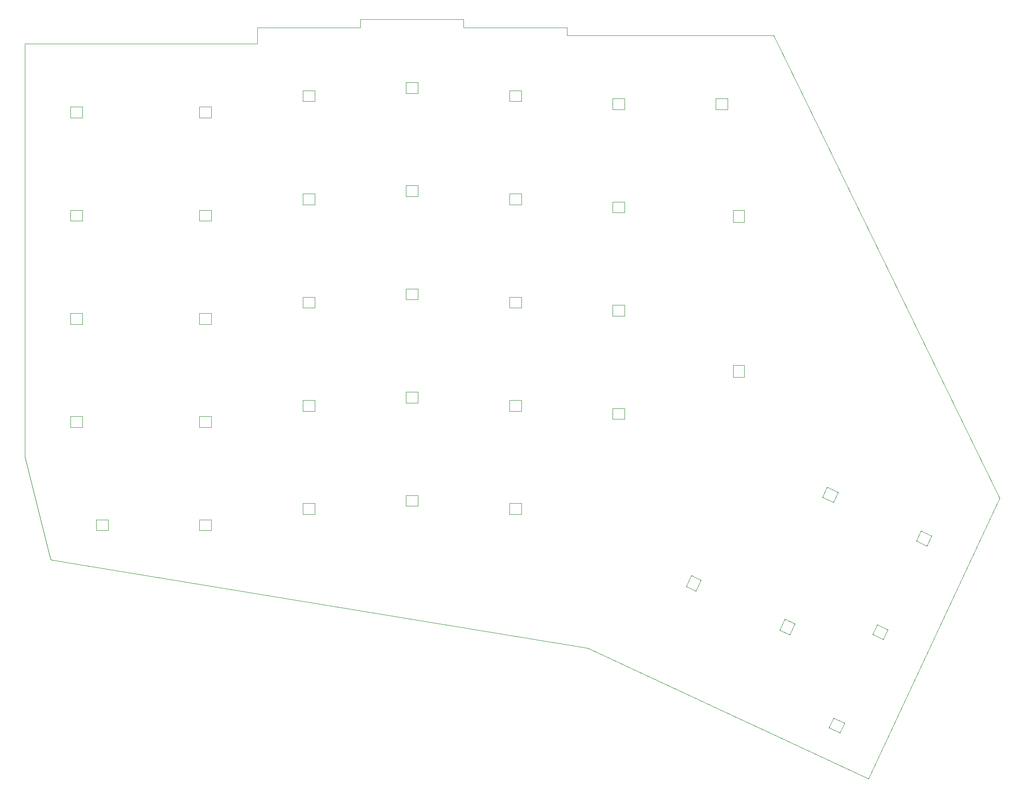
<source format=gbr>
%FSLAX46Y46*%
G04 Gerber Fmt 4.6, Leading zero omitted, Abs format (unit mm)*
G04 Created by KiCad (PCBNEW (2014-09-07 BZR 5117)-product) date Thu 04 Dec 2014 19:35:44 GMT*
%MOMM*%
G01*
G04 APERTURE LIST*
%ADD10C,0.100000*%
G04 APERTURE END LIST*
D10*
X249859114Y-108134672D02*
X225769873Y-159794215D01*
X225769873Y-159794215D02*
X174110329Y-135704974D01*
X174110329Y-135704974D02*
X75250000Y-119500000D01*
X75250000Y-119500000D02*
X70500000Y-100500000D01*
X70500000Y-100500000D02*
X70500000Y-24500000D01*
X70500000Y-24500000D02*
X113250000Y-24500000D01*
X113250000Y-24500000D02*
X113250000Y-21500000D01*
X113250000Y-21500000D02*
X132250000Y-21500000D01*
X132250000Y-21500000D02*
X132250000Y-20000000D01*
X132250000Y-20000000D02*
X151250000Y-20000000D01*
X151250000Y-20000000D02*
X151250000Y-21500000D01*
X151250000Y-21500000D02*
X170250000Y-21500000D01*
X170250000Y-21500000D02*
X170250000Y-23000000D01*
X170250000Y-23000000D02*
X208250000Y-23000000D01*
X208250000Y-23000000D02*
X249859114Y-108134672D01*
X192188366Y-124384437D02*
X193118126Y-122390560D01*
X193118126Y-122390560D02*
X194930742Y-123235796D01*
X194930742Y-123235796D02*
X194000982Y-125229673D01*
X194000982Y-125229673D02*
X192188366Y-124384437D01*
X209408214Y-132414184D02*
X210337974Y-130420307D01*
X210337974Y-130420307D02*
X212150590Y-131265543D01*
X212150590Y-131265543D02*
X211220830Y-133259420D01*
X211220830Y-133259420D02*
X209408214Y-132414184D01*
X219290385Y-148607784D02*
X221284262Y-149537544D01*
X221284262Y-149537544D02*
X220439026Y-151350160D01*
X220439026Y-151350160D02*
X218445149Y-150420400D01*
X218445149Y-150420400D02*
X219290385Y-148607784D01*
X227320132Y-131387936D02*
X229314009Y-132317696D01*
X229314009Y-132317696D02*
X228468773Y-134130312D01*
X228468773Y-134130312D02*
X226474896Y-133200552D01*
X226474896Y-133200552D02*
X227320132Y-131387936D01*
X235349879Y-114168088D02*
X237343756Y-115097848D01*
X237343756Y-115097848D02*
X236498520Y-116910464D01*
X236498520Y-116910464D02*
X234504643Y-115980704D01*
X234504643Y-115980704D02*
X235349879Y-114168088D01*
X218130031Y-106138341D02*
X220123908Y-107068101D01*
X220123908Y-107068101D02*
X219278672Y-108880717D01*
X219278672Y-108880717D02*
X217284795Y-107950957D01*
X217284795Y-107950957D02*
X218130031Y-106138341D01*
X197650000Y-34600000D02*
X199850000Y-34600000D01*
X199850000Y-34600000D02*
X199850000Y-36600000D01*
X199850000Y-36600000D02*
X197650000Y-36600000D01*
X197650000Y-36600000D02*
X197650000Y-34600000D01*
X200850000Y-57350000D02*
X200850000Y-55150000D01*
X200850000Y-55150000D02*
X202850000Y-55150000D01*
X202850000Y-55150000D02*
X202850000Y-57350000D01*
X202850000Y-57350000D02*
X200850000Y-57350000D01*
X200850000Y-85850000D02*
X200850000Y-83650000D01*
X200850000Y-83650000D02*
X202850000Y-83650000D01*
X202850000Y-83650000D02*
X202850000Y-85850000D01*
X202850000Y-85850000D02*
X200850000Y-85850000D01*
X178650000Y-34600000D02*
X180850000Y-34600000D01*
X180850000Y-34600000D02*
X180850000Y-36600000D01*
X180850000Y-36600000D02*
X178650000Y-36600000D01*
X178650000Y-36600000D02*
X178650000Y-34600000D01*
X178650000Y-53600000D02*
X180850000Y-53600000D01*
X180850000Y-53600000D02*
X180850000Y-55600000D01*
X180850000Y-55600000D02*
X178650000Y-55600000D01*
X178650000Y-55600000D02*
X178650000Y-53600000D01*
X178650000Y-72600000D02*
X180850000Y-72600000D01*
X180850000Y-72600000D02*
X180850000Y-74600000D01*
X180850000Y-74600000D02*
X178650000Y-74600000D01*
X178650000Y-74600000D02*
X178650000Y-72600000D01*
X178650000Y-91600000D02*
X180850000Y-91600000D01*
X180850000Y-91600000D02*
X180850000Y-93600000D01*
X180850000Y-93600000D02*
X178650000Y-93600000D01*
X178650000Y-93600000D02*
X178650000Y-91600000D01*
X159650000Y-33100000D02*
X161850000Y-33100000D01*
X161850000Y-33100000D02*
X161850000Y-35100000D01*
X161850000Y-35100000D02*
X159650000Y-35100000D01*
X159650000Y-35100000D02*
X159650000Y-33100000D01*
X159650000Y-52100000D02*
X161850000Y-52100000D01*
X161850000Y-52100000D02*
X161850000Y-54100000D01*
X161850000Y-54100000D02*
X159650000Y-54100000D01*
X159650000Y-54100000D02*
X159650000Y-52100000D01*
X159650000Y-71100000D02*
X161850000Y-71100000D01*
X161850000Y-71100000D02*
X161850000Y-73100000D01*
X161850000Y-73100000D02*
X159650000Y-73100000D01*
X159650000Y-73100000D02*
X159650000Y-71100000D01*
X159650000Y-90100000D02*
X161850000Y-90100000D01*
X161850000Y-90100000D02*
X161850000Y-92100000D01*
X161850000Y-92100000D02*
X159650000Y-92100000D01*
X159650000Y-92100000D02*
X159650000Y-90100000D01*
X159650000Y-109100000D02*
X161850000Y-109100000D01*
X161850000Y-109100000D02*
X161850000Y-111100000D01*
X161850000Y-111100000D02*
X159650000Y-111100000D01*
X159650000Y-111100000D02*
X159650000Y-109100000D01*
X140650000Y-31600000D02*
X142850000Y-31600000D01*
X142850000Y-31600000D02*
X142850000Y-33600000D01*
X142850000Y-33600000D02*
X140650000Y-33600000D01*
X140650000Y-33600000D02*
X140650000Y-31600000D01*
X140650000Y-50600000D02*
X142850000Y-50600000D01*
X142850000Y-50600000D02*
X142850000Y-52600000D01*
X142850000Y-52600000D02*
X140650000Y-52600000D01*
X140650000Y-52600000D02*
X140650000Y-50600000D01*
X140650000Y-69600000D02*
X142850000Y-69600000D01*
X142850000Y-69600000D02*
X142850000Y-71600000D01*
X142850000Y-71600000D02*
X140650000Y-71600000D01*
X140650000Y-71600000D02*
X140650000Y-69600000D01*
X140650000Y-88600000D02*
X142850000Y-88600000D01*
X142850000Y-88600000D02*
X142850000Y-90600000D01*
X142850000Y-90600000D02*
X140650000Y-90600000D01*
X140650000Y-90600000D02*
X140650000Y-88600000D01*
X140650000Y-107600000D02*
X142850000Y-107600000D01*
X142850000Y-107600000D02*
X142850000Y-109600000D01*
X142850000Y-109600000D02*
X140650000Y-109600000D01*
X140650000Y-109600000D02*
X140650000Y-107600000D01*
X121650000Y-33100000D02*
X123850000Y-33100000D01*
X123850000Y-33100000D02*
X123850000Y-35100000D01*
X123850000Y-35100000D02*
X121650000Y-35100000D01*
X121650000Y-35100000D02*
X121650000Y-33100000D01*
X121650000Y-52100000D02*
X123850000Y-52100000D01*
X123850000Y-52100000D02*
X123850000Y-54100000D01*
X123850000Y-54100000D02*
X121650000Y-54100000D01*
X121650000Y-54100000D02*
X121650000Y-52100000D01*
X121650000Y-71100000D02*
X123850000Y-71100000D01*
X123850000Y-71100000D02*
X123850000Y-73100000D01*
X123850000Y-73100000D02*
X121650000Y-73100000D01*
X121650000Y-73100000D02*
X121650000Y-71100000D01*
X121650000Y-90100000D02*
X123850000Y-90100000D01*
X123850000Y-90100000D02*
X123850000Y-92100000D01*
X123850000Y-92100000D02*
X121650000Y-92100000D01*
X121650000Y-92100000D02*
X121650000Y-90100000D01*
X121650000Y-109100000D02*
X123850000Y-109100000D01*
X123850000Y-109100000D02*
X123850000Y-111100000D01*
X123850000Y-111100000D02*
X121650000Y-111100000D01*
X121650000Y-111100000D02*
X121650000Y-109100000D01*
X102650000Y-36100000D02*
X104850000Y-36100000D01*
X104850000Y-36100000D02*
X104850000Y-38100000D01*
X104850000Y-38100000D02*
X102650000Y-38100000D01*
X102650000Y-38100000D02*
X102650000Y-36100000D01*
X102650000Y-55100000D02*
X104850000Y-55100000D01*
X104850000Y-55100000D02*
X104850000Y-57100000D01*
X104850000Y-57100000D02*
X102650000Y-57100000D01*
X102650000Y-57100000D02*
X102650000Y-55100000D01*
X102650000Y-74100000D02*
X104850000Y-74100000D01*
X104850000Y-74100000D02*
X104850000Y-76100000D01*
X104850000Y-76100000D02*
X102650000Y-76100000D01*
X102650000Y-76100000D02*
X102650000Y-74100000D01*
X102650000Y-93100000D02*
X104850000Y-93100000D01*
X104850000Y-93100000D02*
X104850000Y-95100000D01*
X104850000Y-95100000D02*
X102650000Y-95100000D01*
X102650000Y-95100000D02*
X102650000Y-93100000D01*
X102650000Y-112100000D02*
X104850000Y-112100000D01*
X104850000Y-112100000D02*
X104850000Y-114100000D01*
X104850000Y-114100000D02*
X102650000Y-114100000D01*
X102650000Y-114100000D02*
X102650000Y-112100000D01*
X78900000Y-36100000D02*
X81100000Y-36100000D01*
X81100000Y-36100000D02*
X81100000Y-38100000D01*
X81100000Y-38100000D02*
X78900000Y-38100000D01*
X78900000Y-38100000D02*
X78900000Y-36100000D01*
X78900000Y-55100000D02*
X81100000Y-55100000D01*
X81100000Y-55100000D02*
X81100000Y-57100000D01*
X81100000Y-57100000D02*
X78900000Y-57100000D01*
X78900000Y-57100000D02*
X78900000Y-55100000D01*
X78900000Y-74100000D02*
X81100000Y-74100000D01*
X81100000Y-74100000D02*
X81100000Y-76100000D01*
X81100000Y-76100000D02*
X78900000Y-76100000D01*
X78900000Y-76100000D02*
X78900000Y-74100000D01*
X78900000Y-93100000D02*
X81100000Y-93100000D01*
X81100000Y-93100000D02*
X81100000Y-95100000D01*
X81100000Y-95100000D02*
X78900000Y-95100000D01*
X78900000Y-95100000D02*
X78900000Y-93100000D01*
X83650000Y-112100000D02*
X85850000Y-112100000D01*
X85850000Y-112100000D02*
X85850000Y-114100000D01*
X85850000Y-114100000D02*
X83650000Y-114100000D01*
X83650000Y-114100000D02*
X83650000Y-112100000D01*
M02*

</source>
